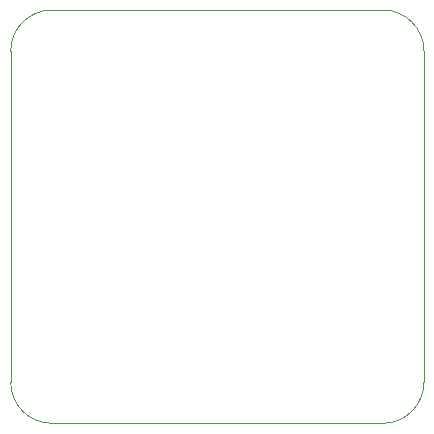
<source format=gbr>
%TF.GenerationSoftware,KiCad,Pcbnew,(5.1.7)-1*%
%TF.CreationDate,2020-10-30T21:16:44-07:00*%
%TF.ProjectId,Drone,44726f6e-652e-46b6-9963-61645f706362,rev?*%
%TF.SameCoordinates,Original*%
%TF.FileFunction,Profile,NP*%
%FSLAX46Y46*%
G04 Gerber Fmt 4.6, Leading zero omitted, Abs format (unit mm)*
G04 Created by KiCad (PCBNEW (5.1.7)-1) date 2020-10-30 21:16:44*
%MOMM*%
%LPD*%
G01*
G04 APERTURE LIST*
%TA.AperFunction,Profile*%
%ADD10C,0.050000*%
%TD*%
G04 APERTURE END LIST*
D10*
X69000000Y-62500000D02*
G75*
G02*
X72500000Y-59000000I3500000J0D01*
G01*
X72500000Y-94000000D02*
G75*
G02*
X69000000Y-90500000I0J3500000D01*
G01*
X104000000Y-90500000D02*
G75*
G02*
X100500000Y-94000000I-3500000J0D01*
G01*
X100500000Y-59000000D02*
G75*
G02*
X104000000Y-62500000I0J-3500000D01*
G01*
X69000000Y-90500000D02*
X69000000Y-62500000D01*
X100500000Y-94000000D02*
X72500000Y-94000000D01*
X104000000Y-62500000D02*
X104000000Y-90500000D01*
X72500000Y-59000000D02*
X100500000Y-59000000D01*
M02*

</source>
